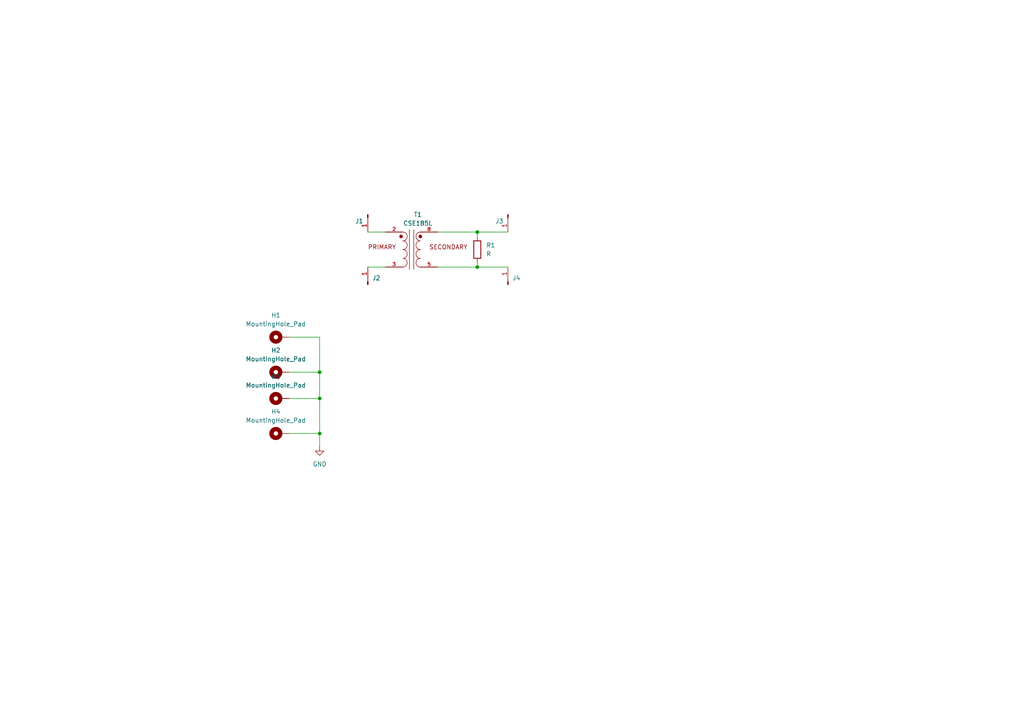
<source format=kicad_sch>
(kicad_sch
	(version 20231120)
	(generator "eeschema")
	(generator_version "8.0")
	(uuid "8f7a3274-3aa0-48f7-8b48-183e3f386661")
	(paper "A4")
	(lib_symbols
		(symbol "CSE185L:CSE185L"
			(pin_names
				(offset 1.016)
			)
			(exclude_from_sim no)
			(in_bom yes)
			(on_board yes)
			(property "Reference" "T"
				(at -5.0839 7.6279 0)
				(effects
					(font
						(size 1.27 1.27)
					)
					(justify left bottom)
				)
			)
			(property "Value" "CSE185L"
				(at -5.0814 -7.6227 0)
				(effects
					(font
						(size 1.27 1.27)
					)
					(justify left bottom)
				)
			)
			(property "Footprint" "CSE185L:XFMR_CSE185L"
				(at 0 0 0)
				(effects
					(font
						(size 1.27 1.27)
					)
					(justify bottom)
					(hide yes)
				)
			)
			(property "Datasheet" ""
				(at 0 0 0)
				(effects
					(font
						(size 1.27 1.27)
					)
					(hide yes)
				)
			)
			(property "Description" ""
				(at 0 0 0)
				(effects
					(font
						(size 1.27 1.27)
					)
					(hide yes)
				)
			)
			(property "PARTREV" "N/A"
				(at 0 0 0)
				(effects
					(font
						(size 1.27 1.27)
					)
					(justify bottom)
					(hide yes)
				)
			)
			(property "MANUFACTURER" "TRIAD"
				(at 0 0 0)
				(effects
					(font
						(size 1.27 1.27)
					)
					(justify bottom)
					(hide yes)
				)
			)
			(property "STANDARD" "Manufacturer Recommendation"
				(at 0 0 0)
				(effects
					(font
						(size 1.27 1.27)
					)
					(justify bottom)
					(hide yes)
				)
			)
			(symbol "CSE185L_0_0"
				(circle
					(center -3.048 3.81)
					(radius 0.254)
					(stroke
						(width 0.508)
						(type default)
					)
					(fill
						(type none)
					)
				)
				(arc
					(start -2.54 -5.08)
					(mid -1.2755 -3.81)
					(end -2.54 -2.54)
					(stroke
						(width 0.1524)
						(type default)
					)
					(fill
						(type none)
					)
				)
				(arc
					(start -2.54 -2.54)
					(mid -1.2755 -1.27)
					(end -2.54 0)
					(stroke
						(width 0.1524)
						(type default)
					)
					(fill
						(type none)
					)
				)
				(arc
					(start -2.54 0)
					(mid -1.2755 1.27)
					(end -2.54 2.54)
					(stroke
						(width 0.1524)
						(type default)
					)
					(fill
						(type none)
					)
				)
				(arc
					(start -2.54 2.54)
					(mid -1.2755 3.81)
					(end -2.54 5.08)
					(stroke
						(width 0.1524)
						(type default)
					)
					(fill
						(type none)
					)
				)
				(polyline
					(pts
						(xy -0.635 5.715) (xy -0.635 -5.715)
					)
					(stroke
						(width 0.1524)
						(type default)
					)
					(fill
						(type none)
					)
				)
				(polyline
					(pts
						(xy 0.635 5.715) (xy 0.635 -5.715)
					)
					(stroke
						(width 0.1524)
						(type default)
					)
					(fill
						(type none)
					)
				)
				(arc
					(start 2.54 -2.54)
					(mid 1.2755 -3.81)
					(end 2.54 -5.08)
					(stroke
						(width 0.1524)
						(type default)
					)
					(fill
						(type none)
					)
				)
				(arc
					(start 2.54 0)
					(mid 1.2755 -1.27)
					(end 2.54 -2.54)
					(stroke
						(width 0.1524)
						(type default)
					)
					(fill
						(type none)
					)
				)
				(arc
					(start 2.54 2.54)
					(mid 1.2755 1.27)
					(end 2.54 0)
					(stroke
						(width 0.1524)
						(type default)
					)
					(fill
						(type none)
					)
				)
				(circle
					(center 2.54 3.81)
					(radius 0.254)
					(stroke
						(width 0.508)
						(type default)
					)
					(fill
						(type none)
					)
				)
				(arc
					(start 2.54 5.08)
					(mid 1.2755 3.81)
					(end 2.54 2.54)
					(stroke
						(width 0.1524)
						(type default)
					)
					(fill
						(type none)
					)
				)
				(text "PRIMARY"
					(at -12.7 0 0)
					(effects
						(font
							(size 1.27 1.27)
						)
						(justify left bottom)
					)
				)
				(text "SECONDARY"
					(at 5.08 0 0)
					(effects
						(font
							(size 1.27 1.27)
						)
						(justify left bottom)
					)
				)
				(pin passive line
					(at -7.62 5.08 0)
					(length 5.08)
					(name "~"
						(effects
							(font
								(size 1.016 1.016)
							)
						)
					)
					(number "2"
						(effects
							(font
								(size 1.016 1.016)
							)
						)
					)
				)
				(pin passive line
					(at -7.62 -5.08 0)
					(length 5.08)
					(name "~"
						(effects
							(font
								(size 1.016 1.016)
							)
						)
					)
					(number "3"
						(effects
							(font
								(size 1.016 1.016)
							)
						)
					)
				)
				(pin passive line
					(at 7.62 -5.08 180)
					(length 5.08)
					(name "~"
						(effects
							(font
								(size 1.016 1.016)
							)
						)
					)
					(number "5"
						(effects
							(font
								(size 1.016 1.016)
							)
						)
					)
				)
				(pin passive line
					(at 7.62 5.08 180)
					(length 5.08)
					(name "~"
						(effects
							(font
								(size 1.016 1.016)
							)
						)
					)
					(number "8"
						(effects
							(font
								(size 1.016 1.016)
							)
						)
					)
				)
			)
		)
		(symbol "Connector:Conn_01x01_Pin"
			(pin_names
				(offset 1.016) hide)
			(exclude_from_sim no)
			(in_bom yes)
			(on_board yes)
			(property "Reference" "J"
				(at 0 2.54 0)
				(effects
					(font
						(size 1.27 1.27)
					)
				)
			)
			(property "Value" "Conn_01x01_Pin"
				(at 0 -2.54 0)
				(effects
					(font
						(size 1.27 1.27)
					)
				)
			)
			(property "Footprint" ""
				(at 0 0 0)
				(effects
					(font
						(size 1.27 1.27)
					)
					(hide yes)
				)
			)
			(property "Datasheet" "~"
				(at 0 0 0)
				(effects
					(font
						(size 1.27 1.27)
					)
					(hide yes)
				)
			)
			(property "Description" "Generic connector, single row, 01x01, script generated"
				(at 0 0 0)
				(effects
					(font
						(size 1.27 1.27)
					)
					(hide yes)
				)
			)
			(property "ki_locked" ""
				(at 0 0 0)
				(effects
					(font
						(size 1.27 1.27)
					)
				)
			)
			(property "ki_keywords" "connector"
				(at 0 0 0)
				(effects
					(font
						(size 1.27 1.27)
					)
					(hide yes)
				)
			)
			(property "ki_fp_filters" "Connector*:*_1x??_*"
				(at 0 0 0)
				(effects
					(font
						(size 1.27 1.27)
					)
					(hide yes)
				)
			)
			(symbol "Conn_01x01_Pin_1_1"
				(polyline
					(pts
						(xy 1.27 0) (xy 0.8636 0)
					)
					(stroke
						(width 0.1524)
						(type default)
					)
					(fill
						(type none)
					)
				)
				(rectangle
					(start 0.8636 0.127)
					(end 0 -0.127)
					(stroke
						(width 0.1524)
						(type default)
					)
					(fill
						(type outline)
					)
				)
				(pin passive line
					(at 5.08 0 180)
					(length 3.81)
					(name "Pin_1"
						(effects
							(font
								(size 1.27 1.27)
							)
						)
					)
					(number "1"
						(effects
							(font
								(size 1.27 1.27)
							)
						)
					)
				)
			)
		)
		(symbol "Device:R"
			(pin_numbers hide)
			(pin_names
				(offset 0)
			)
			(exclude_from_sim no)
			(in_bom yes)
			(on_board yes)
			(property "Reference" "R"
				(at 2.032 0 90)
				(effects
					(font
						(size 1.27 1.27)
					)
				)
			)
			(property "Value" "R"
				(at 0 0 90)
				(effects
					(font
						(size 1.27 1.27)
					)
				)
			)
			(property "Footprint" ""
				(at -1.778 0 90)
				(effects
					(font
						(size 1.27 1.27)
					)
					(hide yes)
				)
			)
			(property "Datasheet" "~"
				(at 0 0 0)
				(effects
					(font
						(size 1.27 1.27)
					)
					(hide yes)
				)
			)
			(property "Description" "Resistor"
				(at 0 0 0)
				(effects
					(font
						(size 1.27 1.27)
					)
					(hide yes)
				)
			)
			(property "ki_keywords" "R res resistor"
				(at 0 0 0)
				(effects
					(font
						(size 1.27 1.27)
					)
					(hide yes)
				)
			)
			(property "ki_fp_filters" "R_*"
				(at 0 0 0)
				(effects
					(font
						(size 1.27 1.27)
					)
					(hide yes)
				)
			)
			(symbol "R_0_1"
				(rectangle
					(start -1.016 -2.54)
					(end 1.016 2.54)
					(stroke
						(width 0.254)
						(type default)
					)
					(fill
						(type none)
					)
				)
			)
			(symbol "R_1_1"
				(pin passive line
					(at 0 3.81 270)
					(length 1.27)
					(name "~"
						(effects
							(font
								(size 1.27 1.27)
							)
						)
					)
					(number "1"
						(effects
							(font
								(size 1.27 1.27)
							)
						)
					)
				)
				(pin passive line
					(at 0 -3.81 90)
					(length 1.27)
					(name "~"
						(effects
							(font
								(size 1.27 1.27)
							)
						)
					)
					(number "2"
						(effects
							(font
								(size 1.27 1.27)
							)
						)
					)
				)
			)
		)
		(symbol "Mechanical:MountingHole_Pad"
			(pin_numbers hide)
			(pin_names
				(offset 1.016) hide)
			(exclude_from_sim yes)
			(in_bom no)
			(on_board yes)
			(property "Reference" "H"
				(at 0 6.35 0)
				(effects
					(font
						(size 1.27 1.27)
					)
				)
			)
			(property "Value" "MountingHole_Pad"
				(at 0 4.445 0)
				(effects
					(font
						(size 1.27 1.27)
					)
				)
			)
			(property "Footprint" ""
				(at 0 0 0)
				(effects
					(font
						(size 1.27 1.27)
					)
					(hide yes)
				)
			)
			(property "Datasheet" "~"
				(at 0 0 0)
				(effects
					(font
						(size 1.27 1.27)
					)
					(hide yes)
				)
			)
			(property "Description" "Mounting Hole with connection"
				(at 0 0 0)
				(effects
					(font
						(size 1.27 1.27)
					)
					(hide yes)
				)
			)
			(property "ki_keywords" "mounting hole"
				(at 0 0 0)
				(effects
					(font
						(size 1.27 1.27)
					)
					(hide yes)
				)
			)
			(property "ki_fp_filters" "MountingHole*Pad*"
				(at 0 0 0)
				(effects
					(font
						(size 1.27 1.27)
					)
					(hide yes)
				)
			)
			(symbol "MountingHole_Pad_0_1"
				(circle
					(center 0 1.27)
					(radius 1.27)
					(stroke
						(width 1.27)
						(type default)
					)
					(fill
						(type none)
					)
				)
			)
			(symbol "MountingHole_Pad_1_1"
				(pin input line
					(at 0 -2.54 90)
					(length 2.54)
					(name "1"
						(effects
							(font
								(size 1.27 1.27)
							)
						)
					)
					(number "1"
						(effects
							(font
								(size 1.27 1.27)
							)
						)
					)
				)
			)
		)
		(symbol "power:GND"
			(power)
			(pin_numbers hide)
			(pin_names
				(offset 0) hide)
			(exclude_from_sim no)
			(in_bom yes)
			(on_board yes)
			(property "Reference" "#PWR"
				(at 0 -6.35 0)
				(effects
					(font
						(size 1.27 1.27)
					)
					(hide yes)
				)
			)
			(property "Value" "GND"
				(at 0 -3.81 0)
				(effects
					(font
						(size 1.27 1.27)
					)
				)
			)
			(property "Footprint" ""
				(at 0 0 0)
				(effects
					(font
						(size 1.27 1.27)
					)
					(hide yes)
				)
			)
			(property "Datasheet" ""
				(at 0 0 0)
				(effects
					(font
						(size 1.27 1.27)
					)
					(hide yes)
				)
			)
			(property "Description" "Power symbol creates a global label with name \"GND\" , ground"
				(at 0 0 0)
				(effects
					(font
						(size 1.27 1.27)
					)
					(hide yes)
				)
			)
			(property "ki_keywords" "global power"
				(at 0 0 0)
				(effects
					(font
						(size 1.27 1.27)
					)
					(hide yes)
				)
			)
			(symbol "GND_0_1"
				(polyline
					(pts
						(xy 0 0) (xy 0 -1.27) (xy 1.27 -1.27) (xy 0 -2.54) (xy -1.27 -1.27) (xy 0 -1.27)
					)
					(stroke
						(width 0)
						(type default)
					)
					(fill
						(type none)
					)
				)
			)
			(symbol "GND_1_1"
				(pin power_in line
					(at 0 0 270)
					(length 0)
					(name "~"
						(effects
							(font
								(size 1.27 1.27)
							)
						)
					)
					(number "1"
						(effects
							(font
								(size 1.27 1.27)
							)
						)
					)
				)
			)
		)
	)
	(junction
		(at 138.43 67.31)
		(diameter 0)
		(color 0 0 0 0)
		(uuid "2b3f9fd8-3ad8-458b-b715-6df3029cfdb4")
	)
	(junction
		(at 138.43 77.47)
		(diameter 0)
		(color 0 0 0 0)
		(uuid "a5788f3e-1af8-43ee-b734-7cc5b7ce8e52")
	)
	(junction
		(at 92.71 115.57)
		(diameter 0)
		(color 0 0 0 0)
		(uuid "bec82759-f522-4c17-b7c0-fa3eb48347e4")
	)
	(junction
		(at 92.71 107.95)
		(diameter 0)
		(color 0 0 0 0)
		(uuid "d50a01b3-3646-4a56-876d-49edba725ee7")
	)
	(junction
		(at 92.71 125.73)
		(diameter 0)
		(color 0 0 0 0)
		(uuid "ec938cc5-82b9-4acc-8559-66b8c3ba1e26")
	)
	(wire
		(pts
			(xy 106.68 67.31) (xy 111.76 67.31)
		)
		(stroke
			(width 0)
			(type default)
		)
		(uuid "08866d5b-b6bb-4500-818f-0c0f41ab9e1a")
	)
	(wire
		(pts
			(xy 83.82 97.79) (xy 92.71 97.79)
		)
		(stroke
			(width 0)
			(type default)
		)
		(uuid "0997b918-bc18-4fe2-afec-0e6cc4d8b78e")
	)
	(wire
		(pts
			(xy 83.82 107.95) (xy 92.71 107.95)
		)
		(stroke
			(width 0)
			(type default)
		)
		(uuid "0a2e5d57-f2ae-4766-8bf9-48b4542e7d14")
	)
	(wire
		(pts
			(xy 92.71 97.79) (xy 92.71 107.95)
		)
		(stroke
			(width 0)
			(type default)
		)
		(uuid "0c4faeac-e9b2-41d7-aef0-1dcef60bdc5d")
	)
	(wire
		(pts
			(xy 138.43 67.31) (xy 147.32 67.31)
		)
		(stroke
			(width 0)
			(type default)
		)
		(uuid "2a5ce87e-32a7-4ea8-a1b1-b45526f979b5")
	)
	(wire
		(pts
			(xy 92.71 115.57) (xy 92.71 125.73)
		)
		(stroke
			(width 0)
			(type default)
		)
		(uuid "348a010e-cdb2-4b9e-9f5b-06e91c76ddb0")
	)
	(wire
		(pts
			(xy 138.43 77.47) (xy 147.32 77.47)
		)
		(stroke
			(width 0)
			(type default)
		)
		(uuid "3d5f3f8b-a6ae-453c-a70f-74821a611fec")
	)
	(wire
		(pts
			(xy 106.68 77.47) (xy 111.76 77.47)
		)
		(stroke
			(width 0)
			(type default)
		)
		(uuid "6669e866-3ed3-48d8-815c-15ba44b7ecde")
	)
	(wire
		(pts
			(xy 83.82 115.57) (xy 92.71 115.57)
		)
		(stroke
			(width 0)
			(type default)
		)
		(uuid "68810606-c6ee-49a7-b678-26605768f3ef")
	)
	(wire
		(pts
			(xy 92.71 107.95) (xy 92.71 115.57)
		)
		(stroke
			(width 0)
			(type default)
		)
		(uuid "b26e384a-de70-4afa-8db2-9e219c93d780")
	)
	(wire
		(pts
			(xy 92.71 125.73) (xy 92.71 129.54)
		)
		(stroke
			(width 0)
			(type default)
		)
		(uuid "b2caad1a-bfb2-4308-a122-dc0363b04156")
	)
	(wire
		(pts
			(xy 138.43 77.47) (xy 138.43 76.2)
		)
		(stroke
			(width 0)
			(type default)
		)
		(uuid "c78871d4-7ab0-4a08-bd74-6d0222b06d84")
	)
	(wire
		(pts
			(xy 83.82 125.73) (xy 92.71 125.73)
		)
		(stroke
			(width 0)
			(type default)
		)
		(uuid "eae822da-82c1-4f4d-8180-39f83ee43fc0")
	)
	(wire
		(pts
			(xy 138.43 67.31) (xy 138.43 68.58)
		)
		(stroke
			(width 0)
			(type default)
		)
		(uuid "f0f7ab05-7a69-4c2b-86bc-9892953badc7")
	)
	(wire
		(pts
			(xy 127 67.31) (xy 138.43 67.31)
		)
		(stroke
			(width 0)
			(type default)
		)
		(uuid "f96129e0-0c44-4e87-8469-02c6efeb93ed")
	)
	(wire
		(pts
			(xy 127 77.47) (xy 138.43 77.47)
		)
		(stroke
			(width 0)
			(type default)
		)
		(uuid "fe452815-64bc-4d32-ab10-080e6f2eb361")
	)
	(symbol
		(lib_id "power:GND")
		(at 92.71 129.54 0)
		(unit 1)
		(exclude_from_sim no)
		(in_bom yes)
		(on_board yes)
		(dnp no)
		(fields_autoplaced yes)
		(uuid "00115c03-22c6-4c2f-b73d-88627cfbad9b")
		(property "Reference" "#PWR01"
			(at 92.71 135.89 0)
			(effects
				(font
					(size 1.27 1.27)
				)
				(hide yes)
			)
		)
		(property "Value" "GND"
			(at 92.71 134.62 0)
			(effects
				(font
					(size 1.27 1.27)
				)
			)
		)
		(property "Footprint" ""
			(at 92.71 129.54 0)
			(effects
				(font
					(size 1.27 1.27)
				)
				(hide yes)
			)
		)
		(property "Datasheet" ""
			(at 92.71 129.54 0)
			(effects
				(font
					(size 1.27 1.27)
				)
				(hide yes)
			)
		)
		(property "Description" "Power symbol creates a global label with name \"GND\" , ground"
			(at 92.71 129.54 0)
			(effects
				(font
					(size 1.27 1.27)
				)
				(hide yes)
			)
		)
		(pin "1"
			(uuid "8704d5d1-bab5-400b-99d9-35c3d52e6ef8")
		)
		(instances
			(project "Current_Transformer_test_Board"
				(path "/8f7a3274-3aa0-48f7-8b48-183e3f386661"
					(reference "#PWR01")
					(unit 1)
				)
			)
		)
	)
	(symbol
		(lib_id "Connector:Conn_01x01_Pin")
		(at 106.68 82.55 90)
		(unit 1)
		(exclude_from_sim no)
		(in_bom yes)
		(on_board yes)
		(dnp no)
		(uuid "1d1e3f00-7337-4d17-bd51-e888f06274e8")
		(property "Reference" "J2"
			(at 107.95 80.6449 90)
			(effects
				(font
					(size 1.27 1.27)
				)
				(justify right)
			)
		)
		(property "Value" "Conn_01x01_Pin"
			(at 102.108 83.566 90)
			(effects
				(font
					(size 1.27 1.27)
				)
				(justify right)
				(hide yes)
			)
		)
		(property "Footprint" "Connector_Wire:SolderWire-2sqmm_1x01_D2mm_OD3.9mm"
			(at 106.68 82.55 0)
			(effects
				(font
					(size 1.27 1.27)
				)
				(hide yes)
			)
		)
		(property "Datasheet" "~"
			(at 106.68 82.55 0)
			(effects
				(font
					(size 1.27 1.27)
				)
				(hide yes)
			)
		)
		(property "Description" "Generic connector, single row, 01x01, script generated"
			(at 106.68 82.55 0)
			(effects
				(font
					(size 1.27 1.27)
				)
				(hide yes)
			)
		)
		(pin "1"
			(uuid "a41fd6e5-76b0-40ea-a90d-9fb9ea12fcd1")
		)
		(instances
			(project "Current_Transformer_test_Board"
				(path "/8f7a3274-3aa0-48f7-8b48-183e3f386661"
					(reference "J2")
					(unit 1)
				)
			)
		)
	)
	(symbol
		(lib_id "Mechanical:MountingHole_Pad")
		(at 81.28 97.79 90)
		(unit 1)
		(exclude_from_sim yes)
		(in_bom no)
		(on_board yes)
		(dnp no)
		(fields_autoplaced yes)
		(uuid "1ff3900e-4a7e-4779-81aa-d57b5f3249e0")
		(property "Reference" "H1"
			(at 80.01 91.44 90)
			(effects
				(font
					(size 1.27 1.27)
				)
			)
		)
		(property "Value" "MountingHole_Pad"
			(at 80.01 93.98 90)
			(effects
				(font
					(size 1.27 1.27)
				)
			)
		)
		(property "Footprint" "MountingHole:MountingHole_3.2mm_M3_DIN965_Pad_TopBottom"
			(at 81.28 97.79 0)
			(effects
				(font
					(size 1.27 1.27)
				)
				(hide yes)
			)
		)
		(property "Datasheet" "~"
			(at 81.28 97.79 0)
			(effects
				(font
					(size 1.27 1.27)
				)
				(hide yes)
			)
		)
		(property "Description" "Mounting Hole with connection"
			(at 81.28 97.79 0)
			(effects
				(font
					(size 1.27 1.27)
				)
				(hide yes)
			)
		)
		(pin "1"
			(uuid "ef5118dd-a6ad-4715-9ca8-55034e5fa9d6")
		)
		(instances
			(project "Current_Transformer_test_Board"
				(path "/8f7a3274-3aa0-48f7-8b48-183e3f386661"
					(reference "H1")
					(unit 1)
				)
			)
		)
	)
	(symbol
		(lib_id "Mechanical:MountingHole_Pad")
		(at 81.28 115.57 90)
		(unit 1)
		(exclude_from_sim yes)
		(in_bom no)
		(on_board yes)
		(dnp no)
		(fields_autoplaced yes)
		(uuid "2a182a5a-3c71-44a7-b324-bdf4431152a6")
		(property "Reference" "H3"
			(at 80.01 109.22 90)
			(effects
				(font
					(size 1.27 1.27)
				)
			)
		)
		(property "Value" "MountingHole_Pad"
			(at 80.01 111.76 90)
			(effects
				(font
					(size 1.27 1.27)
				)
			)
		)
		(property "Footprint" "MountingHole:MountingHole_3.2mm_M3_DIN965_Pad_TopBottom"
			(at 81.28 115.57 0)
			(effects
				(font
					(size 1.27 1.27)
				)
				(hide yes)
			)
		)
		(property "Datasheet" "~"
			(at 81.28 115.57 0)
			(effects
				(font
					(size 1.27 1.27)
				)
				(hide yes)
			)
		)
		(property "Description" "Mounting Hole with connection"
			(at 81.28 115.57 0)
			(effects
				(font
					(size 1.27 1.27)
				)
				(hide yes)
			)
		)
		(pin "1"
			(uuid "1a7dc056-4d48-4338-a7f6-89d56f30e1dd")
		)
		(instances
			(project "Current_Transformer_test_Board"
				(path "/8f7a3274-3aa0-48f7-8b48-183e3f386661"
					(reference "H3")
					(unit 1)
				)
			)
		)
	)
	(symbol
		(lib_id "Mechanical:MountingHole_Pad")
		(at 81.28 107.95 90)
		(unit 1)
		(exclude_from_sim yes)
		(in_bom no)
		(on_board yes)
		(dnp no)
		(fields_autoplaced yes)
		(uuid "2f4051ca-18a5-413d-8f5c-aede3e83bb2a")
		(property "Reference" "H2"
			(at 80.01 101.6 90)
			(effects
				(font
					(size 1.27 1.27)
				)
			)
		)
		(property "Value" "MountingHole_Pad"
			(at 80.01 104.14 90)
			(effects
				(font
					(size 1.27 1.27)
				)
			)
		)
		(property "Footprint" "MountingHole:MountingHole_3.2mm_M3_DIN965_Pad_TopBottom"
			(at 81.28 107.95 0)
			(effects
				(font
					(size 1.27 1.27)
				)
				(hide yes)
			)
		)
		(property "Datasheet" "~"
			(at 81.28 107.95 0)
			(effects
				(font
					(size 1.27 1.27)
				)
				(hide yes)
			)
		)
		(property "Description" "Mounting Hole with connection"
			(at 81.28 107.95 0)
			(effects
				(font
					(size 1.27 1.27)
				)
				(hide yes)
			)
		)
		(pin "1"
			(uuid "a1a57424-cf1b-4f80-a913-05a8377a4a85")
		)
		(instances
			(project "Current_Transformer_test_Board"
				(path "/8f7a3274-3aa0-48f7-8b48-183e3f386661"
					(reference "H2")
					(unit 1)
				)
			)
		)
	)
	(symbol
		(lib_id "CSE185L:CSE185L")
		(at 119.38 72.39 0)
		(unit 1)
		(exclude_from_sim no)
		(in_bom yes)
		(on_board yes)
		(dnp no)
		(fields_autoplaced yes)
		(uuid "4b69db97-3fe8-470d-8b69-ae57cc637ae7")
		(property "Reference" "T1"
			(at 121.1845 62.23 0)
			(effects
				(font
					(size 1.27 1.27)
				)
			)
		)
		(property "Value" "CSE185L"
			(at 121.1845 64.77 0)
			(effects
				(font
					(size 1.27 1.27)
				)
			)
		)
		(property "Footprint" "Custom Transformers:XFMR_CSE185L"
			(at 119.38 72.39 0)
			(effects
				(font
					(size 1.27 1.27)
				)
				(justify bottom)
				(hide yes)
			)
		)
		(property "Datasheet" ""
			(at 119.38 72.39 0)
			(effects
				(font
					(size 1.27 1.27)
				)
				(hide yes)
			)
		)
		(property "Description" ""
			(at 119.38 72.39 0)
			(effects
				(font
					(size 1.27 1.27)
				)
				(hide yes)
			)
		)
		(property "PARTREV" "N/A"
			(at 119.38 72.39 0)
			(effects
				(font
					(size 1.27 1.27)
				)
				(justify bottom)
				(hide yes)
			)
		)
		(property "MANUFACTURER" "TRIAD"
			(at 119.38 72.39 0)
			(effects
				(font
					(size 1.27 1.27)
				)
				(justify bottom)
				(hide yes)
			)
		)
		(property "STANDARD" "Manufacturer Recommendation"
			(at 119.38 72.39 0)
			(effects
				(font
					(size 1.27 1.27)
				)
				(justify bottom)
				(hide yes)
			)
		)
		(pin "2"
			(uuid "55b2c18a-9679-420c-8bc1-02a5e3b3bbeb")
		)
		(pin "3"
			(uuid "67506ae5-e4a3-4354-ab66-675f783edfc3")
		)
		(pin "8"
			(uuid "ff07bee8-eb6b-4eab-9dc3-54775fbf9f2f")
		)
		(pin "5"
			(uuid "ebd49bad-c600-4a04-bef1-bc0ce366bbd1")
		)
		(instances
			(project "Current_Transformer_test_Board"
				(path "/8f7a3274-3aa0-48f7-8b48-183e3f386661"
					(reference "T1")
					(unit 1)
				)
			)
		)
	)
	(symbol
		(lib_id "Mechanical:MountingHole_Pad")
		(at 81.28 125.73 90)
		(unit 1)
		(exclude_from_sim yes)
		(in_bom no)
		(on_board yes)
		(dnp no)
		(fields_autoplaced yes)
		(uuid "8f76758d-33d2-4afb-b865-e0676ac21da8")
		(property "Reference" "H4"
			(at 80.01 119.38 90)
			(effects
				(font
					(size 1.27 1.27)
				)
			)
		)
		(property "Value" "MountingHole_Pad"
			(at 80.01 121.92 90)
			(effects
				(font
					(size 1.27 1.27)
				)
			)
		)
		(property "Footprint" "MountingHole:MountingHole_3.2mm_M3_DIN965_Pad_TopBottom"
			(at 81.28 125.73 0)
			(effects
				(font
					(size 1.27 1.27)
				)
				(hide yes)
			)
		)
		(property "Datasheet" "~"
			(at 81.28 125.73 0)
			(effects
				(font
					(size 1.27 1.27)
				)
				(hide yes)
			)
		)
		(property "Description" "Mounting Hole with connection"
			(at 81.28 125.73 0)
			(effects
				(font
					(size 1.27 1.27)
				)
				(hide yes)
			)
		)
		(pin "1"
			(uuid "b2ee1a95-caad-42ad-bee9-120ad3b3bf90")
		)
		(instances
			(project "Current_Transformer_test_Board"
				(path "/8f7a3274-3aa0-48f7-8b48-183e3f386661"
					(reference "H4")
					(unit 1)
				)
			)
		)
	)
	(symbol
		(lib_id "Device:R")
		(at 138.43 72.39 0)
		(unit 1)
		(exclude_from_sim no)
		(in_bom yes)
		(on_board yes)
		(dnp no)
		(fields_autoplaced yes)
		(uuid "8f96ad19-af5f-469b-be47-58fc50091c46")
		(property "Reference" "R1"
			(at 140.97 71.1199 0)
			(effects
				(font
					(size 1.27 1.27)
				)
				(justify left)
			)
		)
		(property "Value" "R"
			(at 140.97 73.6599 0)
			(effects
				(font
					(size 1.27 1.27)
				)
				(justify left)
			)
		)
		(property "Footprint" "Resistor_THT:R_Axial_DIN0207_L6.3mm_D2.5mm_P10.16mm_Horizontal"
			(at 136.652 72.39 90)
			(effects
				(font
					(size 1.27 1.27)
				)
				(hide yes)
			)
		)
		(property "Datasheet" "~"
			(at 138.43 72.39 0)
			(effects
				(font
					(size 1.27 1.27)
				)
				(hide yes)
			)
		)
		(property "Description" "Resistor"
			(at 138.43 72.39 0)
			(effects
				(font
					(size 1.27 1.27)
				)
				(hide yes)
			)
		)
		(pin "1"
			(uuid "012fdcc4-7533-44a5-b08d-90820c8aef8e")
		)
		(pin "2"
			(uuid "59569e28-ebac-4913-b340-e19ba64ab16f")
		)
		(instances
			(project ""
				(path "/8f7a3274-3aa0-48f7-8b48-183e3f386661"
					(reference "R1")
					(unit 1)
				)
			)
		)
	)
	(symbol
		(lib_id "Connector:Conn_01x01_Pin")
		(at 147.32 82.55 90)
		(unit 1)
		(exclude_from_sim no)
		(in_bom yes)
		(on_board yes)
		(dnp no)
		(uuid "917450a4-b71b-4d70-b08e-3a8043a7fb08")
		(property "Reference" "J4"
			(at 148.59 80.6449 90)
			(effects
				(font
					(size 1.27 1.27)
				)
				(justify right)
			)
		)
		(property "Value" "Conn_01x01_Pin"
			(at 142.748 83.566 90)
			(effects
				(font
					(size 1.27 1.27)
				)
				(justify right)
				(hide yes)
			)
		)
		(property "Footprint" "Connector_Wire:SolderWire-2sqmm_1x01_D2mm_OD3.9mm"
			(at 147.32 82.55 0)
			(effects
				(font
					(size 1.27 1.27)
				)
				(hide yes)
			)
		)
		(property "Datasheet" "~"
			(at 147.32 82.55 0)
			(effects
				(font
					(size 1.27 1.27)
				)
				(hide yes)
			)
		)
		(property "Description" "Generic connector, single row, 01x01, script generated"
			(at 147.32 82.55 0)
			(effects
				(font
					(size 1.27 1.27)
				)
				(hide yes)
			)
		)
		(pin "1"
			(uuid "3ca42aeb-f334-4c95-b9be-890ae544ea31")
		)
		(instances
			(project "Current_Transformer_test_Board"
				(path "/8f7a3274-3aa0-48f7-8b48-183e3f386661"
					(reference "J4")
					(unit 1)
				)
			)
		)
	)
	(symbol
		(lib_id "Connector:Conn_01x01_Pin")
		(at 106.68 62.23 270)
		(unit 1)
		(exclude_from_sim no)
		(in_bom yes)
		(on_board yes)
		(dnp no)
		(uuid "93b34798-cb29-4b42-adea-39400b53ed0d")
		(property "Reference" "J1"
			(at 105.41 64.1351 90)
			(effects
				(font
					(size 1.27 1.27)
				)
				(justify right)
			)
		)
		(property "Value" "Conn_01x01_Pin"
			(at 111.252 61.214 90)
			(effects
				(font
					(size 1.27 1.27)
				)
				(justify right)
				(hide yes)
			)
		)
		(property "Footprint" "Connector_Wire:SolderWire-2sqmm_1x01_D2mm_OD3.9mm"
			(at 106.68 62.23 0)
			(effects
				(font
					(size 1.27 1.27)
				)
				(hide yes)
			)
		)
		(property "Datasheet" "~"
			(at 106.68 62.23 0)
			(effects
				(font
					(size 1.27 1.27)
				)
				(hide yes)
			)
		)
		(property "Description" "Generic connector, single row, 01x01, script generated"
			(at 106.68 62.23 0)
			(effects
				(font
					(size 1.27 1.27)
				)
				(hide yes)
			)
		)
		(pin "1"
			(uuid "0246d58b-231e-4198-b056-fad8b5754e59")
		)
		(instances
			(project "Current_Transformer_test_Board"
				(path "/8f7a3274-3aa0-48f7-8b48-183e3f386661"
					(reference "J1")
					(unit 1)
				)
			)
		)
	)
	(symbol
		(lib_id "Connector:Conn_01x01_Pin")
		(at 147.32 62.23 270)
		(unit 1)
		(exclude_from_sim no)
		(in_bom yes)
		(on_board yes)
		(dnp no)
		(uuid "f1b91348-8106-44f7-9139-852f3edb37fd")
		(property "Reference" "J3"
			(at 146.05 64.1351 90)
			(effects
				(font
					(size 1.27 1.27)
				)
				(justify right)
			)
		)
		(property "Value" "Conn_01x01_Pin"
			(at 151.892 61.214 90)
			(effects
				(font
					(size 1.27 1.27)
				)
				(justify right)
				(hide yes)
			)
		)
		(property "Footprint" "Connector_Wire:SolderWire-2sqmm_1x01_D2mm_OD3.9mm"
			(at 147.32 62.23 0)
			(effects
				(font
					(size 1.27 1.27)
				)
				(hide yes)
			)
		)
		(property "Datasheet" "~"
			(at 147.32 62.23 0)
			(effects
				(font
					(size 1.27 1.27)
				)
				(hide yes)
			)
		)
		(property "Description" "Generic connector, single row, 01x01, script generated"
			(at 147.32 62.23 0)
			(effects
				(font
					(size 1.27 1.27)
				)
				(hide yes)
			)
		)
		(pin "1"
			(uuid "a59f4fe0-07f8-4c5c-a7d5-6864e47c323e")
		)
		(instances
			(project "Current_Transformer_test_Board"
				(path "/8f7a3274-3aa0-48f7-8b48-183e3f386661"
					(reference "J3")
					(unit 1)
				)
			)
		)
	)
	(sheet_instances
		(path "/"
			(page "1")
		)
	)
)

</source>
